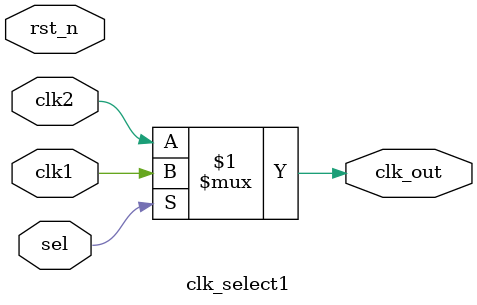
<source format=v>


`timescale 1ns/1ps

module clk_select1(

input                                   clk1,
input                                   clk2,
input                                   rst_n,
input                                   sel,
output                                  clk_out 
);

assign clk_out = sel?clk1:clk2;


endmodule



</source>
